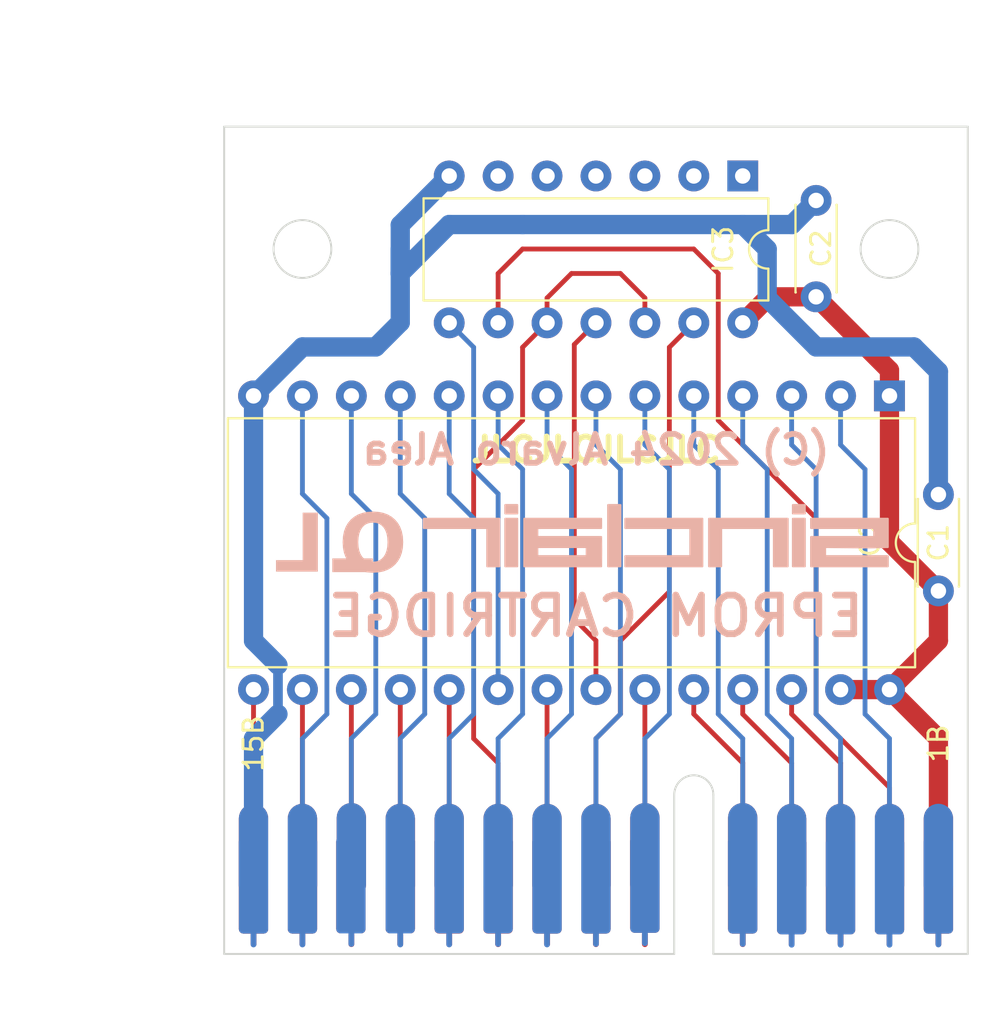
<source format=kicad_pcb>
(kicad_pcb (version 20240108) (generator "pcbnew") (generator_version "8.0")
  (title_block (title "16Kb ROM Cartridge for Sinclair QL") (date "2022-02-04") (rev "0") (company "(c) 2022 Alvaro Alea Fdz.") (comment 1 "IC2 should be 27C128 / W27C512") (comment 2 "https://ohwr.org/cern_ohl_s_v2.txt") (comment 3 "CERN Open Hardware Licence Version 2 - Strongly Reciprocal") (comment 4 "Under License"))
  (layers (0 "F.Cu" signal) (31 "B.Cu" signal) (34 "B.Paste" user) (35 "F.Paste" user) (36 "B.SilkS" user "B.Silkscreen") (37 "F.SilkS" user "F.Silkscreen") (38 "B.Mask" user) (39 "F.Mask" user) (44 "Edge.Cuts" user))
  (net 0 "")
  (net 1 "VCC")
  (net 2 "GND")
  (net 3 "/D3")
  (net 4 "/D4")
  (net 5 "/D2")
  (net 6 "/D5")
  (net 7 "/D1")
  (net 8 "/D6")
  (net 9 "/D0")
  (net 10 "/D7")
  (net 11 "/A0")
  (net 12 "/A15")
  (net 13 "/A1")
  (net 14 "/A10")
  (net 15 "/A2")
  (net 16 "/ROMOE")
  (net 17 "/A3")
  (net 18 "/A11")
  (net 19 "/A4")
  (net 20 "/A9")
  (net 21 "/A5")
  (net 22 "/A8")
  (net 23 "/A6")
  (net 24 "/A13")
  (net 25 "/A7")
  (net 26 "/A14")
  (net 27 "/A12")
  (net 29 "/U2_CE")
  (net 30 "/U_ROMOE")
  (net 37 "unconnected-(IC3-Pad2)")
  (footprint "Package_DIP:DIP-28_W15.24mm" (layer "F.Cu") (at 96.52 115.57 -90)
    (property "Reference" "IC2" (at 7.62 1.016 90) (layer "F.SilkS"))
    (property "Value" "27C128")
    (fp_line (start 1.16 34.35) (end 14.08 34.35) (stroke (width 0.12)) (layer "F.SilkS"))
    (fp_line (start 14.08 34.35) (end 14.08 -1.33) (stroke (width 0.12)) (layer "F.SilkS"))
    (fp_line (start 1.16 -1.33) (end 1.16 34.35) (stroke (width 0.12)) (layer "F.SilkS"))
    (fp_line (start 6.62 -1.33) (end 1.16 -1.33) (stroke (width 0.12)) (layer "F.SilkS"))
    (fp_line (start 14.08 -1.33) (end 8.62 -1.33) (stroke (width 0.12)) (layer "F.SilkS"))
    (fp_arc (start 8.62 -1.33) (mid 7.62 -0.33) (end 6.62 -1.33) (stroke (width 0.12)) (layer "F.SilkS"))
    (pad "1" thru_hole rect (at 0 0 270) (size 1.6 1.6) (drill 0.8) (layers "*.Cu" "*.Mask") (net 1 "VCC"))
    (pad "2" thru_hole oval (at 0 2.54 270) (size 1.6 1.6) (drill 0.8) (layers "*.Cu" "*.Mask") (net 27 "/A12"))
    (pad "3" thru_hole oval (at 0 5.08 270) (size 1.6 1.6) (drill 0.8) (layers "*.Cu" "*.Mask") (net 25 "/A7"))
    (pad "4" thru_hole oval (at 0 7.62 270) (size 1.6 1.6) (drill 0.8) (layers "*.Cu" "*.Mask") (net 23 "/A6"))
    (pad "5" thru_hole oval (at 0 10.16 270) (size 1.6 1.6) (drill 0.8) (layers "*.Cu" "*.Mask") (net 21 "/A5"))
    (pad "6" thru_hole oval (at 0 12.7 270) (size 1.6 1.6) (drill 0.8) (layers "*.Cu" "*.Mask") (net 19 "/A4"))
    (pad "7" thru_hole oval (at 0 15.24 270) (size 1.6 1.6) (drill 0.8) (layers "*.Cu" "*.Mask") (net 17 "/A3"))
    (pad "8" thru_hole oval (at 0 17.78 270) (size 1.6 1.6) (drill 0.8) (layers "*.Cu" "*.Mask") (net 15 "/A2"))
    (pad "9" thru_hole oval (at 0 20.32 270) (size 1.6 1.6) (drill 0.8) (layers "*.Cu" "*.Mask") (net 13 "/A1"))
    (pad "10" thru_hole oval (at 0 22.86 270) (size 1.6 1.6) (drill 0.8) (layers "*.Cu" "*.Mask") (net 11 "/A0"))
    (pad "11" thru_hole oval (at 0 25.4 270) (size 1.6 1.6) (drill 0.8) (layers "*.Cu" "*.Mask") (net 9 "/D0"))
    (pad "12" thru_hole oval (at 0 27.94 270) (size 1.6 1.6) (drill 0.8) (layers "*.Cu" "*.Mask") (net 7 "/D1"))
    (pad "13" thru_hole oval (at 0 30.48 270) (size 1.6 1.6) (drill 0.8) (layers "*.Cu" "*.Mask") (net 5 "/D2"))
    (pad "14" thru_hole oval (at 0 33.02 270) (size 1.6 1.6) (drill 0.8) (layers "*.Cu" "*.Mask") (net 2 "GND"))
    (pad "15" thru_hole oval (at 15.24 33.02 270) (size 1.6 1.6) (drill 0.8) (layers "*.Cu" "*.Mask") (net 3 "/D3"))
    (pad "16" thru_hole oval (at 15.24 30.48 270) (size 1.6 1.6) (drill 0.8) (layers "*.Cu" "*.Mask") (net 4 "/D4"))
    (pad "17" thru_hole oval (at 15.24 27.94 270) (size 1.6 1.6) (drill 0.8) (layers "*.Cu" "*.Mask") (net 6 "/D5"))
    (pad "18" thru_hole oval (at 15.24 25.4 270) (size 1.6 1.6) (drill 0.8) (layers "*.Cu" "*.Mask") (net 8 "/D6"))
    (pad "19" thru_hole oval (at 15.24 22.86 270) (size 1.6 1.6) (drill 0.8) (layers "*.Cu" "*.Mask") (net 10 "/D7"))
    (pad "20" thru_hole oval (at 15.24 20.32 270) (size 1.6 1.6) (drill 0.8) (layers "*.Cu" "*.Mask") (net 29 "/U2_CE"))
    (pad "21" thru_hole oval (at 15.24 17.78 270) (size 1.6 1.6) (drill 0.8) (layers "*.Cu" "*.Mask") (net 14 "/A10"))
    (pad "22" thru_hole oval (at 15.24 15.24 270) (size 1.6 1.6) (drill 0.8) (layers "*.Cu" "*.Mask") (net 30 "/U_ROMOE"))
    (pad "23" thru_hole oval (at 15.24 12.7 270) (size 1.6 1.6) (drill 0.8) (layers "*.Cu" "*.Mask") (net 18 "/A11"))
    (pad "24" thru_hole oval (at 15.24 10.16 270) (size 1.6 1.6) (drill 0.8) (layers "*.Cu" "*.Mask") (net 20 "/A9"))
    (pad "25" thru_hole oval (at 15.24 7.62 270) (size 1.6 1.6) (drill 0.8) (layers "*.Cu" "*.Mask") (net 22 "/A8"))
    (pad "26" thru_hole oval (at 15.24 5.08 270) (size 1.6 1.6) (drill 0.8) (layers "*.Cu" "*.Mask") (net 24 "/A13"))
    (pad "27" thru_hole oval (at 15.24 2.54 270) (size 1.6 1.6) (drill 0.8) (layers "*.Cu" "*.Mask") (net 1 "VCC"))
    (pad "28" thru_hole oval (at 15.24 0 270) (size 1.6 1.6) (drill 0.8) (layers "*.Cu" "*.Mask") (net 1 "VCC"))
  )
  (footprint "Capacitor_THT:C_Disc_D4.3mm_W1.9mm_P5.00mm" (layer "F.Cu") (at 92.71 110.43 90)
    (property "Reference" "C2" (at 2.5 0.254 90) (layer "F.SilkS"))
    (property "Value" "C")
    (fp_line (start 4.77 -1.07) (end 4.77 -1.055) (stroke (width 0.12)) (layer "F.SilkS"))
    (fp_line (start 0.23 -1.07) (end 4.77 -1.07) (stroke (width 0.12)) (layer "F.SilkS"))
    (fp_line (start 0.23 -1.07) (end 0.23 -1.055) (stroke (width 0.12)) (layer "F.SilkS"))
    (fp_line (start 4.77 1.055) (end 4.77 1.07) (stroke (width 0.12)) (layer "F.SilkS"))
    (fp_line (start 0.23 1.055) (end 0.23 1.07) (stroke (width 0.12)) (layer "F.SilkS"))
    (fp_line (start 0.23 1.07) (end 4.77 1.07) (stroke (width 0.12)) (layer "F.SilkS"))
    (pad "1" thru_hole circle (at 0 0 90) (size 1.6 1.6) (drill 0.8) (layers "*.Cu" "*.Mask") (net 1 "VCC"))
    (pad "2" thru_hole circle (at 5 0 90) (size 1.6 1.6) (drill 0.8) (layers "*.Cu" "*.Mask") (net 2 "GND"))
  )
  (footprint "8bits:CART_QL_EDGE" (layer "F.Cu") (at 73.66 139.994)
    (property "Reference" "J1" (hide yes))
    (property "Value" "QL_cartridge_ROM" (hide yes))
    (fp_line (start -10.16 4.024) (end -10.16 3.516) (stroke (width 0.3)) (layer "F.Cu"))
    (fp_line (start -7.62 4.024) (end -7.62 3.516) (stroke (width 0.3)) (layer "F.Cu"))
    (fp_line (start -5.08 4.024) (end -5.08 3.516) (stroke (width 0.3)) (layer "F.Cu"))
    (fp_line (start -2.54 4.024) (end -2.54 3.516) (stroke (width 0.3)) (layer "F.Cu"))
    (fp_line (start 0 4.024) (end 0 3.516) (stroke (width 0.3)) (layer "F.Cu"))
    (fp_line (start 2.54 4.024) (end 2.54 3.516) (stroke (width 0.3)) (layer "F.Cu"))
    (fp_line (start 5.08 4.024) (end 5.08 3.516) (stroke (width 0.3)) (layer "F.Cu"))
    (fp_line (start 7.62 4.024) (end 7.62 3.516) (stroke (width 0.3)) (layer "F.Cu"))
    (fp_line (start 10.16 4.024) (end 10.16 3.516) (stroke (width 0.3)) (layer "F.Cu"))
    (fp_line (start 15.24 4.024) (end 15.24 3.516) (stroke (width 0.3)) (layer "F.Cu"))
    (fp_line (start 17.78 4.024) (end 17.78 3.516) (stroke (width 0.3)) (layer "F.Cu"))
    (fp_line (start 20.32 4.024) (end 20.32 3.516) (stroke (width 0.3)) (layer "F.Cu"))
    (fp_line (start 22.86 4.024) (end 22.86 3.516) (stroke (width 0.3)) (layer "F.Cu"))
    (fp_line (start 25.4 4.024) (end 25.4 3.516) (stroke (width 0.3)) (layer "F.Cu"))
    (fp_line (start -10.16 4.0386) (end -10.16 3.429) (stroke (width 0.3)) (layer "B.Cu"))
    (fp_line (start -7.62 4.0386) (end -7.62 3.429) (stroke (width 0.3)) (layer "B.Cu"))
    (fp_line (start -5.08 4.0132) (end -5.08 3.4036) (stroke (width 0.3)) (layer "B.Cu"))
    (fp_line (start -2.54 4.0386) (end -2.54 3.429) (stroke (width 0.3)) (layer "B.Cu"))
    (fp_line (start 0 4.0386) (end 0 3.4036) (stroke (width 0.3)) (layer "B.Cu"))
    (fp_line (start 2.54 4.0132) (end 2.54 3.4036) (stroke (width 0.3)) (layer "B.Cu"))
    (fp_line (start 5.08 4.0386) (end 5.08 3.429) (stroke (width 0.3)) (layer "B.Cu"))
    (fp_line (start 7.62 4.0132) (end 7.62 3.4036) (stroke (width 0.3)) (layer "B.Cu"))
    (fp_line (start 10.16 3.9732) (end 10.16 3.389) (stroke (width 0.3)) (layer "B.Cu"))
    (fp_line (start 15.24 4.0132) (end 15.24 3.429) (stroke (width 0.3)) (layer "B.Cu"))
    (fp_line (start 17.78 4.0532) (end 17.78 3.516) (stroke (width 0.3)) (layer "B.Cu"))
    (fp_line (start 20.32 4.0532) (end 20.32 3.516) (stroke (width 0.3)) (layer "B.Cu"))
    (fp_line (start 22.86 4.0532) (end 22.86 3.469) (stroke (width 0.3)) (layer "B.Cu"))
    (fp_line (start 25.4 4.0386) (end 25.4 3.429) (stroke (width 0.3)) (layer "B.Cu"))
    (pad "1" connect roundrect (at 25.4 -0.762) (size 1.524 5) (layers "F.Cu") (roundrect_rratio 0.5) (net 1 "VCC"))
    (pad "1" connect roundrect (at 25.4 0.976) (size 1.524 5) (layers "F.Cu") (roundrect_rratio 0.15) (net 1 "VCC"))
    (pad "2" connect roundrect (at 25.4 -0.762) (size 1.524 5) (layers "B.Cu") (roundrect_rratio 0.5))
    (pad "2" connect roundrect (at 25.4 0.976) (size 1.524 5) (layers "B.Cu") (roundrect_rratio 0.15))
    (pad "3" connect roundrect (at 22.86 -0.762) (size 1.524 5) (layers "F.Cu") (roundrect_rratio 0.5) (net 26 "/A14"))
    (pad "3" connect roundrect (at 22.86 1.016) (size 1.524 5) (layers "F.Cu") (roundrect_rratio 0.15) (net 26 "/A14"))
    (pad "4" connect roundrect (at 22.86 -0.762) (size 1.524 5) (layers "B.Cu") (roundrect_rratio 0.5) (net 27 "/A12"))
    (pad "4" connect roundrect (at 22.86 1.016) (size 1.524 5) (layers "B.Cu") (roundrect_rratio 0.15) (net 27 "/A12"))
    (pad "5" connect roundrect (at 20.32 -0.762) (size 1.524 5) (layers "F.Cu") (roundrect_rratio 0.5) (net 24 "/A13"))
    (pad "5" connect roundrect (at 20.32 1.016) (size 1.524 5) (layers "F.Cu") (roundrect_rratio 0.15) (net 24 "/A13"))
    (pad "6" connect roundrect (at 20.32 -0.762) (size 1.524 5) (layers "B.Cu") (roundrect_rratio 0.5) (net 25 "/A7"))
    (pad "6" connect roundrect (at 20.32 1.016) (size 1.524 5) (layers "B.Cu") (roundrect_rratio 0.15) (net 25 "/A7"))
    (pad "7" connect roundrect (at 17.78 -0.762) (size 1.524 5) (layers "F.Cu") (roundrect_rratio 0.5) (net 22 "/A8"))
    (pad "7" connect roundrect (at 17.78 1.016) (size 1.524 5) (layers "F.Cu") (roundrect_rratio 0.15) (net 22 "/A8"))
    (pad "8" connect roundrect (at 17.78 -0.762) (size 1.524 5) (layers "B.Cu") (roundrect_rratio 0.5) (net 23 "/A6"))
    (pad "8" connect roundrect (at 17.78 1.016) (size 1.524 5) (layers "B.Cu") (roundrect_rratio 0.15) (net 23 "/A6"))
    (pad "9" connect roundrect (at 15.24 -0.802) (size 1.524 5) (layers "F.Cu") (roundrect_rratio 0.5) (net 20 "/A9"))
    (pad "9" connect roundrect (at 15.24 0.976) (size 1.524 5) (layers "F.Cu") (roundrect_rratio 0.15) (net 20 "/A9"))
    (pad "10" connect roundrect (at 15.24 -0.802) (size 1.524 5) (layers "B.Cu") (roundrect_rratio 0.5) (net 21 "/A5"))
    (pad "10" connect roundrect (at 15.24 0.976) (size 1.524 5) (layers "B.Cu") (roundrect_rratio 0.15) (net 21 "/A5"))
    (pad "11" connect roundrect (at 10.16 -0.802) (size 1.524 5) (layers "F.Cu") (roundrect_rratio 0.5) (net 18 "/A11"))
    (pad "11" connect roundrect (at 10.16 0.936) (size 1.524 5) (layers "F.Cu") (roundrect_rratio 0.15) (net 18 "/A11"))
    (pad "12" connect roundrect (at 10.16 -0.802) (size 1.524 5) (layers "B.Cu") (roundrect_rratio 0.5) (net 19 "/A4"))
    (pad "12" connect roundrect (at 10.16 0.936) (size 1.524 5) (layers "B.Cu") (roundrect_rratio 0.15) (net 19 "/A4"))
    (pad "13" connect roundrect (at 7.62 -0.762) (size 1.524 5) (layers "F.Cu") (roundrect_rratio 0.5) (net 16 "/ROMOE"))
    (pad "13" connect roundrect (at 7.62 0.976) (size 1.524 5) (layers "F.Cu") (roundrect_rratio 0.15) (net 16 "/ROMOE"))
    (pad "14" connect roundrect (at 7.62 -0.762) (size 1.524 5) (layers "B.Cu") (roundrect_rratio 0.5) (net 17 "/A3"))
    (pad "14" connect roundrect (at 7.62 0.976) (size 1.524 5) (layers "B.Cu") (roundrect_rratio 0.15) (net 17 "/A3"))
    (pad "15" connect roundrect (at 5.08 -0.762) (size 1.524 5) (layers "F.Cu") (roundrect_rratio 0.5) (net 14 "/A10"))
    (pad "15" connect roundrect (at 5.08 0.976) (size 1.524 5) (layers "F.Cu") (roundrect_rratio 0.15) (net 14 "/A10"))
    (pad "16" connect roundrect (at 5.08 -0.762) (size 1.524 5) (layers "B.Cu") (roundrect_rratio 0.5) (net 15 "/A2"))
    (pad "16" connect roundrect (at 5.08 0.976) (size 1.524 5) (layers "B.Cu") (roundrect_rratio 0.15) (net 15 "/A2"))
    (pad "17" connect roundrect (at 2.54 -0.762) (size 1.524 5) (layers "F.Cu") (roundrect_rratio 0.5) (net 12 "/A15"))
    (pad "17" connect roundrect (at 2.54 0.976) (size 1.524 5) (layers "F.Cu") (roundrect_rratio 0.15) (net 12 "/A15"))
    (pad "18" connect roundrect (at 2.54 -0.762) (size 1.524 5) (layers "B.Cu") (roundrect_rratio 0.5) (net 13 "/A1"))
    (pad "18" connect roundrect (at 2.54 0.9652) (size 1.524 5) (layers "B.Cu") (roundrect_rratio 0.15) (net 13 "/A1"))
    (pad "19" connect roundrect (at 0 -0.762) (size 1.524 5) (layers "F.Cu") (roundrect_rratio 0.5) (net 10 "/D7"))
    (pad "19" connect roundrect (at 0 0.976) (size 1.524 5) (layers "F.Cu") (roundrect_rratio 0.15) (net 10 "/D7"))
    (pad "20" connect roundrect (at 0 -0.762) (size 1.524 5) (layers "B.Cu") (roundrect_rratio 0.5) (net 11 "/A0"))
    (pad "20" connect roundrect (at 0 0.9652) (size 1.524 5) (layers "B.Cu") (roundrect_rratio 0.15) (net 11 "/A0"))
    (pad "21" connect roundrect (at -2.54 -0.762) (size 1.524 5) (layers "F.Cu") (roundrect_rratio 0.5) (net 8 "/D6"))
    (pad "21" connect roundrect (at -2.54 0.9652) (size 1.524 5) (layers "F.Cu") (roundrect_rratio 0.15) (net 8 "/D6"))
    (pad "22" connect roundrect (at -2.54 -0.762) (size 1.524 5) (layers "B.Cu") (roundrect_rratio 0.5) (net 9 "/D0"))
    (pad "22" connect roundrect (at -2.54 0.9652) (size 1.524 5) (layers "B.Cu") (roundrect_rratio 0.15) (net 9 "/D0"))
    (pad "23" connect roundrect (at -5.1054 0.9652) (size 1.524 5) (layers "F.Cu") (roundrect_rratio 0.15) (net 6 "/D5"))
    (pad "23" connect roundrect (at -5.08 -0.802) (size 1.524 5) (layers "F.Cu") (roundrect_rratio 0.5) (net 6 "/D5"))
    (pad "24" connect roundrect (at -5.1054 0.9652) (size 1.524 5) (layers "B.Cu") (roundrect_rratio 0.15) (net 7 "/D1"))
    (pad "24" connect roundrect (at -5.08 -0.802) (size 1.524 5) (layers "B.Cu") (roundrect_rratio 0.5) (net 7 "/D1"))
    (pad "25" connect roundrect (at -7.62 -0.762) (size 1.524 5) (layers "F.Cu") (roundrect_rratio 0.5) (net 4 "/D4"))
    (pad "25" connect roundrect (at -7.62 0.976) (size 1.524 5) (layers "F.Cu") (roundrect_rratio 0.15) (net 4 "/D4"))
    (pad "26" connect roundrect (at -7.62 -0.762) (size 1.524 5) (layers "B.Cu") (roundrect_rratio 0.5) (net 5 "/D2"))
    (pad "26" connect roundrect (at -7.62 0.976) (size 1.524 5) (layers "B.Cu") (roundrect_rratio 0.15) (net 5 "/D2"))
    (pad "27" connect roundrect (at -10.16 -0.762) (size 1.524 5) (layers "F.Cu") (roundrect_rratio 0.5) (net 3 "/D3"))
    (pad "27" connect roundrect (at -10.16 0.976) (size 1.524 5) (layers "F.Cu") (roundrect_rratio 0.15) (net 3 "/D3"))
    (pad "28" connect roundrect (at -10.16 -0.762) (size 1.524 5) (layers "B.Cu") (roundrect_rratio 0.5) (net 2 "GND"))
    (pad "28" connect roundrect (at -10.16 0.976) (size 1.524 5) (layers "B.Cu") (roundrect_rratio 0.15) (net 2 "GND"))
  )
  (footprint "Capacitor_THT:C_Disc_D4.3mm_W1.9mm_P5.00mm" (layer "F.Cu") (at 99.06 125.69 90)
    (property "Reference" "C1" (at 2.5 0 90) (layer "F.SilkS"))
    (property "Value" "C")
    (fp_line (start 4.77 -1.07) (end 4.77 -1.055) (stroke (width 0.12)) (layer "F.SilkS"))
    (fp_line (start 0.23 -1.07) (end 4.77 -1.07) (stroke (width 0.12)) (layer "F.SilkS"))
    (fp_line (start 0.23 -1.07) (end 0.23 -1.055) (stroke (width 0.12)) (layer "F.SilkS"))
    (fp_line (start 4.77 1.055) (end 4.77 1.07) (stroke (width 0.12)) (layer "F.SilkS"))
    (fp_line (start 0.23 1.055) (end 0.23 1.07) (stroke (width 0.12)) (layer "F.SilkS"))
    (fp_line (start 0.23 1.07) (end 4.77 1.07) (stroke (width 0.12)) (layer "F.SilkS"))
    (pad "1" thru_hole circle (at 0 0 90) (size 1.6 1.6) (drill 0.8) (layers "*.Cu" "*.Mask") (net 1 "VCC"))
    (pad "2" thru_hole circle (at 5 0 90) (size 1.6 1.6) (drill 0.8) (layers "*.Cu" "*.Mask") (net 2 "GND"))
  )
  (footprint "Package_DIP:DIP-14_W7.62mm" (layer "F.Cu") (at 88.9 104.16 -90)
    (property "Reference" "IC3" (at 3.81 1.016 90) (layer "F.SilkS"))
    (property "Value" "74LS00")
    (fp_line (start 1.16 16.57) (end 6.46 16.57) (stroke (width 0.12)) (layer "F.SilkS"))
    (fp_line (start 6.46 16.57) (end 6.46 -1.33) (stroke (width 0.12)) (layer "F.SilkS"))
    (fp_line (start 1.16 -1.33) (end 1.16 16.57) (stroke (width 0.12)) (layer "F.SilkS"))
    (fp_line (start 2.81 -1.33) (end 1.16 -1.33) (stroke (width 0.12)) (layer "F.SilkS"))
    (fp_line (start 6.46 -1.33) (end 4.81 -1.33) (stroke (width 0.12)) (layer "F.SilkS"))
    (fp_arc (start 4.81 -1.33) (mid 3.81 -0.33) (end 2.81 -1.33) (stroke (width 0.12)) (layer "F.SilkS"))
    (pad "1" thru_hole rect (at 0 0 270) (size 1.6 1.6) (drill 0.8) (layers "*.Cu" "*.Mask"))
    (pad "2" thru_hole oval (at 0 2.54 270) (size 1.6 1.6) (drill 0.8) (layers "*.Cu" "*.Mask") (net 37 "unconnected-(IC3-Pad2)"))
    (pad "3" thru_hole oval (at 0 5.08 270) (size 1.6 1.6) (drill 0.8) (layers "*.Cu" "*.Mask"))
    (pad "4" thru_hole oval (at 0 7.62 270) (size 1.6 1.6) (drill 0.8) (layers "*.Cu" "*.Mask"))
    (pad "5" thru_hole oval (at 0 10.16 270) (size 1.6 1.6) (drill 0.8) (layers "*.Cu" "*.Mask"))
    (pad "6" thru_hole oval (at 0 12.7 270) (size 1.6 1.6) (drill 0.8) (layers "*.Cu" "*.Mask"))
    (pad "7" thru_hole oval (at 0 15.24 270) (size 1.6 1.6) (drill 0.8) (layers "*.Cu" "*.Mask") (net 2 "GND"))
    (pad "8" thru_hole oval (at 7.62 15.24 270) (size 1.6 1.6) (drill 0.8) (layers "*.Cu" "*.Mask") (net 29 "/U2_CE"))
    (pad "9" thru_hole oval (at 7.62 12.7 270) (size 1.6 1.6) (drill 0.8) (layers "*.Cu" "*.Mask") (net 26 "/A14"))
    (pad "10" thru_hole oval (at 7.62 10.16 270) (size 1.6 1.6) (drill 0.8) (layers "*.Cu" "*.Mask") (net 12 "/A15"))
    (pad "11" thru_hole oval (at 7.62 7.62 270) (size 1.6 1.6) (drill 0.8) (layers "*.Cu" "*.Mask") (net 30 "/U_ROMOE"))
    (pad "12" thru_hole oval (at 7.62 5.08 270) (size 1.6 1.6) (drill 0.8) (layers "*.Cu" "*.Mask") (net 12 "/A15"))
    (pad "13" thru_hole oval (at 7.62 2.54 270) (size 1.6 1.6) (drill 0.8) (layers "*.Cu" "*.Mask") (net 16 "/ROMOE"))
    (pad "14" thru_hole oval (at 7.62 0 270) (size 1.6 1.6) (drill 0.8) (layers "*.Cu" "*.Mask") (net 1 "VCC"))
  )
  (gr_poly (pts (xy 77.194611 121.23049) (xy 76.57232 121.23049) (xy 76.57232 121.671713) (xy 77.194611 121.671713) (xy 77.194611 121.23049)) (stroke (width 0.1)) (fill solid) (layer "B.SilkS"))
  (gr_poly (pts (xy 92.126262 121.943411) (xy 91.502936 121.943411) (xy 91.502936 124.41503) (xy 92.126262 124.41503) (xy 92.126262 121.943411)) (stroke (width 0.1)) (fill solid) (layer "B.SilkS"))
  (gr_rect (start 67.5894 124.0028) (end 69.6976 124.714) (fill solid) (layer "B.SilkS"))
  (gr_poly (pts (xy 82.549824 121.230459) (xy 81.910004 121.230459) (xy 81.910004 124.41503) (xy 82.549824 124.41503) (xy 82.549824 121.230459)) (stroke (width 0.1)) (fill solid) (layer "B.SilkS"))
  (gr_poly (pts (xy 91.235613 124.41503) (xy 91.235613 121.943411) (xy 87.151276 121.943411) (xy 87.151276 124.41503) (xy 87.782333 124.41503) (xy 87.782333 122.428) (xy 90.516911 122.428) (xy 90.516911 124.41503) (xy 91.235613 124.41503)) (stroke (width 0.1)) (fill solid) (layer "B.SilkS"))
  (gr_poly (pts (xy 92.126262 121.23049) (xy 91.502936 121.23049) (xy 91.502936 121.671713) (xy 92.126262 121.671713) (xy 92.126262 121.23049)) (stroke (width 0.1)) (fill solid) (layer "B.SilkS"))
  (gr_poly (pts (xy 86.804898 124.41503) (xy 86.804898 121.943411) (xy 82.804 121.943411) (xy 82.804 122.428) (xy 86.178398 122.428) (xy 86.178398 123.883383) (xy 82.803999 123.883383) (xy 82.804019 124.414999) (xy 86.804898 124.41503)) (stroke (width 0.1)) (fill solid) (layer "B.SilkS"))
  (gr_poly (pts (xy 96.434066 123.883383) (xy 93.181371 123.883383) (xy 93.181371 123.415854) (xy 95.401457 123.435354) (xy 96.434066 123.415854) (xy 96.434066 121.943381) (xy 92.44666 121.943381) (xy 92.44666 122.427969) (xy 95.72398 122.427969) (xy 95.72398 122.889944) (xy 92.44666 122.889944) (xy 92.44666 124.414999) (xy 96.434066 124.414999) (xy 96.434066 123.883383)) (stroke (width 0.1)) (fill solid) (layer "B.SilkS"))
  (gr_poly (pts (xy 81.550652 124.41503) (xy 81.556052 123.54125) (xy 81.550652 122.889975) (xy 78.237607 122.889975) (xy 78.237607 122.428) (xy 81.550652 122.428) (xy 81.550652 121.943411) (xy 77.554482 121.943411) (xy 77.554482 124.41503) (xy 78.237607 124.41503) (xy 78.237607 123.415884) (xy 80.796891 123.415884) (xy 80.796891 123.883383) (xy 78.237607 123.883383) (xy 78.237607 124.41503) (xy 81.550652 124.41503)) (stroke (width 0.1)) (fill solid) (layer "B.SilkS"))
  (gr_poly (pts (xy 77.194611 124.41503) (xy 77.194611 121.943411) (xy 76.57232 121.943411) (xy 76.57232 124.41503) (xy 77.194611 124.41503)) (stroke (width 0.1)) (fill solid) (layer "B.SilkS"))
  (gr_poly (pts (xy 76.265555 121.943411) (xy 72.34075 121.943411) (xy 72.34075 122.428) (xy 75.634497 122.428) (xy 75.634497 124.41503) (xy 76.265553 124.41503) (xy 76.265555 121.943411)) (stroke (width 0.1)) (fill solid) (layer "B.SilkS"))
  (gr_line (start 100.584 101.6) (end 61.976 101.6) (stroke (width 0.1)) (layer "Edge.Cuts"))
  (gr_line (start 85.344 136.271) (end 85.344 144.526) (stroke (width 0.1)) (layer "Edge.Cuts"))
  (gr_line (start 100.584 101.6) (end 100.584 144.526) (stroke (width 0.1)) (layer "Edge.Cuts"))
  (gr_line (start 85.344 144.526) (end 61.976 144.526) (stroke (width 0.1)) (layer "Edge.Cuts"))
  (gr_line (start 61.976 101.6) (end 61.976 144.526) (stroke (width 0.1)) (layer "Edge.Cuts"))
  (gr_line (start 87.376 144.526) (end 87.376 136.271) (stroke (width 0.1)) (layer "Edge.Cuts"))
  (gr_line (start 100.584 144.526) (end 87.376 144.526) (stroke (width 0.1)) (layer "Edge.Cuts"))
  (gr_circle (center 66.04 107.95) (end 67.54 107.95) (stroke (width 0.1)) (fill none) (layer "Edge.Cuts"))
  (gr_arc (start 85.344 136.271) (mid 86.36 135.255) (end 87.376 136.271) (stroke (width 0.1)) (layer "Edge.Cuts"))
  (gr_circle (center 96.52 107.95) (end 98.02 107.95) (stroke (width 0.1)) (fill none) (layer "Edge.Cuts"))
  (gr_text "(C) 2024 Alvaro Alea" (at 81.28 118.364 0) (layer "B.SilkS") (effects (font (size 1.5 1.5) (thickness 0.3) (bold yes)) (justify mirror)))
  (gr_text "O" (at 69.6976 123.444 0) (layer "B.SilkS") (effects (font (size 3 3) (thickness 0.35)) (justify mirror)))
  (gr_text "L" (at 65.8876 123.444 0) (layer "B.SilkS") (effects (font (size 3 3) (thickness 0.35)) (justify mirror)))
  (gr_text "EPROM CARTRIDGE" (at 81.28 127 0) (layer "B.SilkS") (effects (font (size 2 2) (thickness 0.35)) (justify mirror)))
  (gr_text "JLCJLCJLCJLC" (at 81.28 118.364 0) (layer "F.SilkS") (effects (font (size 1.25 1.25) (thickness 0.3))))
  (gr_text "1B" (at 99.06 133.604 90) (layer "F.SilkS") (effects (font (size 1 1))))
  (gr_text "15B" (at 63.5 133.604 90) (layer "F.SilkS") (effects (font (size 1 1))))
  (segment (start 96.52 123.15) (end 99.06 125.69) (width 1) (layer "F.Cu") (net 1))
  (segment (start 99.06 139.232) (end 99.06 133.35) (width 1) (layer "F.Cu") (net 1))
  (segment (start 99.06 128.27) (end 96.52 130.81) (width 1) (layer "F.Cu") (net 1))
  (segment (start 96.52 115.57) (end 96.52 123.15) (width 1) (layer "F.Cu") (net 1))
  (segment (start 96.52 115.57) (end 96.52 114.24) (width 1) (layer "F.Cu") (net 1))
  (segment (start 93.98 130.81) (end 96.52 130.81) (width 1) (layer "F.Cu") (net 1))
  (segment (start 90.25 110.43) (end 92.71 110.43) (width 1) (layer "F.Cu") (net 1))
  (segment (start 99.06 133.35) (end 96.52 130.81) (width 1) (layer "F.Cu") (net 1))
  (segment (start 88.9 111.78) (end 90.25 110.43) (width 1) (layer "F.Cu") (net 1))
  (segment (start 99.06 125.69) (end 99.06 128.27) (width 1) (layer "F.Cu") (net 1))
  (segment (start 96.52 114.24) (end 92.71 110.43) (width 1) (layer "F.Cu") (net 1))
  (segment (start 63.5 139.232) (end 63.5 133.35) (width 1) (layer "B.Cu") (net 2))
  (segment (start 77.47 106.68) (end 73.66 106.68) (width 1) (layer "B.Cu") (net 2))
  (segment (start 97.79 113.03) (end 99.06 114.3) (width 1) (layer "B.Cu") (net 2))
  (segment (start 90.17 106.68) (end 88.9 106.68) (width 1) (layer "B.Cu") (net 2))
  (segment (start 92.71 113.03) (end 90.17 110.49) (width 1) (layer "B.Cu") (net 2))
  (segment (start 66.04 113.03) (end 63.5 115.57) (width 1) (layer "B.Cu") (net 2))
  (segment (start 97.79 113.03) (end 92.71 113.03) (width 1) (layer "B.Cu") (net 2))
  (segment (start 88.9 106.68) (end 77.47 106.68) (width 1) (layer "B.Cu") (net 2))
  (segment (start 91.46 106.68) (end 90.17 106.68) (width 1) (layer "B.Cu") (net 2))
  (segment (start 71.12 106.7) (end 71.12 109.22) (width 1) (layer "B.Cu") (net 2))
  (segment (start 71.12 109.22) (end 71.12 111.76) (width 1) (layer "B.Cu") (net 2))
  (segment (start 73.66 104.16) (end 71.12 106.7) (width 1) (layer "B.Cu") (net 2))
  (segment (start 64.77 129.54) (end 64.77 132.08) (width 0.5) (layer "B.Cu") (net 2))
  (segment (start 63.5 115.57) (end 63.5 128.27) (width 1) (layer "B.Cu") (net 2))
  (segment (start 63.5 128.27) (end 64.77 129.54) (width 1) (layer "B.Cu") (net 2))
  (segment (start 99.06 120.69) (end 99.06 114.3) (width 1) (layer "B.Cu") (net 2))
  (segment (start 63.5 133.35) (end 64.77 132.08) (width 1) (layer "B.Cu") (net 2))
  (segment (start 90.17 107.95) (end 88.9 106.68) (width 1) (layer "B.Cu") (net 2))
  (segment (start 92.71 105.43) (end 91.46 106.68) (width 1) (layer "B.Cu") (net 2))
  (segment (start 71.12 111.76) (end 69.85 113.03) (width 1) (layer "B.Cu") (net 2))
  (segment (start 90.17 110.49) (end 90.17 107.95) (width 1) (layer "B.Cu") (net 2))
  (segment (start 69.85 113.03) (end 66.04 113.03) (width 1) (layer "B.Cu") (net 2))
  (segment (start 73.66 106.68) (end 71.12 109.22) (width 1) (layer "B.Cu") (net 2))
  (segment (start 71.12 107.95) (end 71.12 109.22) (width 1) (layer "B.Cu") (net 2))
  (segment (start 63.5 139.232) (end 63.5 130.81) (width 0.25) (layer "F.Cu") (net 3))
  (segment (start 66.04 139.232) (end 66.04 130.81) (width 0.25) (layer "F.Cu") (net 4))
  (segment (start 66.04 139.232) (end 66.04 133.35) (width 0.25) (layer "B.Cu") (net 5))
  (segment (start 66.04 120.65) (end 67.31 121.92) (width 0.25) (layer "B.Cu") (net 5))
  (segment (start 66.04 115.57) (end 66.04 120.65) (width 0.25) (layer "B.Cu") (net 5))
  (segment (start 66.04 133.35) (end 67.31 132.08) (width 0.25) (layer "B.Cu") (net 5))
  (segment (start 67.31 132.08) (end 67.31 121.92) (width 0.25) (layer "B.Cu") (net 5))
  (segment (start 68.58 139.192) (end 68.58 130.81) (width 0.25) (layer "F.Cu") (net 6))
  (segment (start 69.85 132.08) (end 69.85 121.92) (width 0.25) (layer "B.Cu") (net 7))
  (segment (start 68.58 115.57) (end 68.58 120.65) (width 0.25) (layer "B.Cu") (net 7))
  (segment (start 68.58 133.35) (end 69.85 132.08) (width 0.25) (layer "B.Cu") (net 7))
  (segment (start 68.58 120.65) (end 69.85 121.92) (width 0.25) (layer "B.Cu") (net 7))
  (segment (start 68.58 139.192) (end 68.58 133.35) (width 0.25) (layer "B.Cu") (net 7))
  (segment (start 71.12 139.232) (end 71.12 130.81) (width 0.25) (layer "F.Cu") (net 8))
  (segment (start 71.12 115.57) (end 71.12 120.65) (width 0.25) (layer "B.Cu") (net 9))
  (segment (start 71.12 139.232) (end 71.12 133.35) (width 0.25) (layer "B.Cu") (net 9))
  (segment (start 71.12 120.65) (end 72.39 121.92) (width 0.25) (layer "B.Cu") (net 9))
  (segment (start 72.39 132.08) (end 72.39 121.92) (width 0.25) (layer "B.Cu") (net 9))
  (segment (start 71.12 133.35) (end 72.39 132.08) (width 0.25) (layer "B.Cu") (net 9))
  (segment (start 73.66 139.232) (end 73.66 130.81) (width 0.25) (layer "F.Cu") (net 10))
  (segment (start 74.93 132.08) (end 74.93 121.92) (width 0.25) (layer "B.Cu") (net 11))
  (segment (start 73.66 133.35) (end 74.93 132.08) (width 0.25) (layer "B.Cu") (net 11))
  (segment (start 73.66 120.65) (end 73.66 115.57) (width 0.25) (layer "B.Cu") (net 11))
  (segment (start 73.66 139.232) (end 73.66 133.35) (width 0.25) (layer "B.Cu") (net 11))
  (segment (start 74.93 121.92) (end 73.66 120.65) (width 0.25) (layer "B.Cu") (net 11))
  (segment (start 74.93 133.35) (end 74.93 119.38) (width 0.25) (layer "F.Cu") (net 12))
  (segment (start 76.2 134.62) (end 74.93 133.35) (width 0.25) (layer "F.Cu") (net 12))
  (segment (start 77.47 116.84) (end 74.93 119.38) (width 0.25) (layer "F.Cu") (net 12))
  (segment (start 77.47 113.05) (end 77.47 116.84) (width 0.25) (layer "F.Cu") (net 12))
  (segment (start 78.74 110.49) (end 78.74 111.78) (width 0.25) (layer "F.Cu") (net 12))
  (segment (start 83.82 110.49) (end 82.55 109.22) (width 0.25) (layer "F.Cu") (net 12))
  (segment (start 76.2 139.232) (end 76.2 134.62) (width 0.25) (layer "F.Cu") (net 12))
  (segment (start 78.74 111.78) (end 77.47 113.05) (width 0.25) (layer "F.Cu") (net 12))
  (segment (start 82.55 109.22) (end 80.01 109.22) (width 0.25) (layer "F.Cu") (net 12))
  (segment (start 83.82 111.78) (end 83.82 110.49) (width 0.25) (layer "F.Cu") (net 12))
  (segment (start 80.01 109.22) (end 78.74 110.49) (width 0.25) (layer "F.Cu") (net 12))
  (segment (start 76.2 118.11) (end 77.47 119.38) (width 0.25) (layer "B.Cu") (net 13))
  (segment (start 77.47 132.08) (end 77.47 119.38) (width 0.25) (layer "B.Cu") (net 13))
  (segment (start 76.2 139.232) (end 76.2 133.35) (width 0.25) (layer "B.Cu") (net 13))
  (segment (start 76.2 115.57) (end 76.2 118.11) (width 0.25) (layer "B.Cu") (net 13))
  (segment (start 76.2 133.35) (end 77.47 132.08) (width 0.25) (layer "B.Cu") (net 13))
  (segment (start 78.74 139.232) (end 78.74 130.81) (width 0.25) (layer "F.Cu") (net 14))
  (segment (start 80.01 132.08) (end 80.01 119.38) (width 0.25) (layer "B.Cu") (net 15))
  (segment (start 78.74 139.232) (end 78.74 133.35) (width 0.25) (layer "B.Cu") (net 15))
  (segment (start 78.74 115.57) (end 78.74 118.11) (width 0.25) (layer "B.Cu") (net 15))
  (segment (start 78.74 118.11) (end 80.01 119.38) (width 0.25) (layer "B.Cu") (net 15))
  (segment (start 78.74 133.35) (end 80.01 132.08) (width 0.25) (layer "B.Cu") (net 15))
  (segment (start 82.55 132.08) (end 81.28 133.35) (width 0.25) (layer "F.Cu") (net 16))
  (segment (start 85.09 125.73) (end 82.55 128.27) (width 0.25) (layer "F.Cu") (net 16))
  (segment (start 82.55 128.27) (end 82.55 132.08) (width 0.25) (layer "F.Cu") (net 16))
  (segment (start 81.28 133.35) (end 81.28 139.232) (width 0.25) (layer "F.Cu") (net 16))
  (segment (start 86.36 111.78) (end 85.09 113.05) (width 0.25) (layer "F.Cu") (net 16))
  (segment (start 85.09 113.05) (end 85.09 125.73) (width 0.25) (layer "F.Cu") (net 16))
  (segment (start 82.55 132.08) (end 82.55 119.38) (width 0.25) (layer "B.Cu") (net 17))
  (segment (start 81.28 139.232) (end 81.28 133.35) (width 0.25) (layer "B.Cu") (net 17))
  (segment (start 81.28 118.11) (end 82.55 119.38) (width 0.25) (layer "B.Cu") (net 17))
  (segment (start 81.28 133.35) (end 82.55 132.08) (width 0.25) (layer "B.Cu") (net 17))
  (segment (start 81.28 115.57) (end 81.28 118.11) (width 0.25) (layer "B.Cu") (net 17))
  (segment (start 83.82 139.192) (end 83.82 130.81) (width 0.25) (layer "F.Cu") (net 18))
  (segment (start 83.82 115.57) (end 83.82 118.11) (width 0.25) (layer "B.Cu") (net 19))
  (segment (start 83.82 118.11) (end 85.09 119.38) (width 0.25) (layer "B.Cu") (net 19))
  (segment (start 85.09 132.08) (end 85.09 119.38) (width 0.25) (layer "B.Cu") (net 19))
  (segment (start 83.82 139.192) (end 83.82 133.35) (width 0.25) (layer "B.Cu") (net 19))
  (segment (start 83.82 133.35) (end 85.09 132.08) (width 0.25) (layer "B.Cu") (net 19))
  (segment (start 86.36 132.08) (end 88.9 134.62) (width 0.25) (layer "F.Cu") (net 20))
  (segment (start 88.9 139.192) (end 88.9 134.62) (width 0.25) (layer "F.Cu") (net 20))
  (segment (start 86.36 130.81) (end 86.36 132.08) (width 0.25) (layer "F.Cu") (net 20))
  (segment (start 88.9 133.35) (end 87.63 132.08) (width 0.25) (layer "B.Cu") (net 21))
  (segment (start 87.63 132.08) (end 87.63 119.38) (width 0.25) (layer "B.Cu") (net 21))
  (segment (start 88.9 139.192) (end 88.9 133.35) (width 0.25) (layer "B.Cu") (net 21))
  (segment (start 86.36 118.11) (end 87.63 119.38) (width 0.25) (layer "B.Cu") (net 21))
  (segment (start 86.36 115.57) (end 86.36 118.11) (width 0.25) (layer "B.Cu") (net 21))
  (segment (start 88.9 130.81) (end 88.9 132.08) (width 0.25) (layer "F.Cu") (net 22))
  (segment (start 88.9 132.08) (end 91.44 134.62) (width 0.25) (layer "F.Cu") (net 22))
  (segment (start 91.44 139.232) (end 91.44 134.62) (width 0.25) (layer "F.Cu") (net 22))
  (segment (start 88.9 115.57) (end 88.9 118.11) (width 0.25) (layer "B.Cu") (net 23))
  (segment (start 90.17 132.08) (end 90.17 119.38) (width 0.25) (layer "B.Cu") (net 23))
  (segment (start 88.9 118.11) (end 90.17 119.38) (width 0.25) (layer "B.Cu") (net 23))
  (segment (start 91.44 133.35) (end 90.17 132.08) (width 0.25) (layer "B.Cu") (net 23))
  (segment (start 91.44 139.232) (end 91.44 133.35) (width 0.25) (layer "B.Cu") (net 23))
  (segment (start 93.98 134.62) (end 91.44 132.08) (width 0.25) (layer "F.Cu") (net 24))
  (segment (start 93.98 139.232) (end 93.98 134.62) (width 0.25) (layer "F.Cu") (net 24))
  (segment (start 91.44 132.08) (end 91.44 130.81) (width 0.25) (layer "F.Cu") (net 24))
  (segment (start 93.98 133.35) (end 92.71 132.08) (width 0.25) (layer "B.Cu") (net 25))
  (segment (start 91.44 118.11) (end 92.71 119.38) (width 0.25) (layer "B.Cu") (net 25))
  (segment (start 93.98 139.232) (end 93.98 133.35) (width 0.25) (layer "B.Cu") (net 25))
  (segment (start 91.44 115.57) (end 91.44 118.11) (width 0.25) (layer "B.Cu") (net 25))
  (segment (start 92.71 132.08) (end 92.71 119.38) (width 0.25) (layer "B.Cu") (net 25))
  (segment (start 96.52 135.89) (end 96.52 139.232) (width 0.25) (layer "F.Cu") (net 26))
  (segment (start 87.63 109.22) (end 87.63 116.84) (width 0.25) (layer "F.Cu") (net 26))
  (segment (start 76.2 111.78) (end 76.2 109.22) (width 0.25) (layer "F.Cu") (net 26))
  (segment (start 76.2 109.22) (end 77.47 107.95) (width 0.25) (layer "F.Cu") (net 26))
  (segment (start 87.63 116.84) (end 92.71 121.92) (width 0.25) (layer "F.Cu") (net 26))
  (segment (start 86.36 107.95) (end 87.63 109.22) (width 0.25) (layer "F.Cu") (net 26))
  (segment (start 92.71 121.92) (end 92.71 132.08) (width 0.25) (layer "F.Cu") (net 26))
  (segment (start 77.47 107.95) (end 86.36 107.95) (width 0.25) (layer "F.Cu") (net 26))
  (segment (start 92.71 132.08) (end 96.52 135.89) (width 0.25) (layer "F.Cu") (net 26))
  (segment (start 96.52 133.35) (end 95.25 132.08) (width 0.25) (layer "B.Cu") (net 27))
  (segment (start 93.98 118.11) (end 95.25 119.38) (width 0.25) (layer "B.Cu") (net 27))
  (segment (start 96.52 139.232) (end 96.52 133.35) (width 0.25) (layer "B.Cu") (net 27))
  (segment (start 95.25 132.08) (end 95.25 119.38) (width 0.25) (layer "B.Cu") (net 27))
  (segment (start 93.98 115.57) (end 93.98 118.11) (width 0.25) (layer "B.Cu") (net 27))
  (segment (start 76.2 130.81) (end 76.2 120.65) (width 0.25) (layer "B.Cu") (net 29))
  (segment (start 74.93 119.38) (end 74.93 113.05) (width 0.25) (layer "B.Cu") (net 29))
  (segment (start 76.2 120.65) (end 74.93 119.38) (width 0.25) (layer "B.Cu") (net 29))
  (segment (start 74.93 113.05) (end 73.66 111.78) (width 0.25) (layer "B.Cu") (net 29))
  (segment (start 81.28 128.27) (end 81.28 130.81) (width 0.25) (layer "F.Cu") (net 30))
  (segment (start 80.155 127.145) (end 81.28 128.27) (width 0.25) (layer "F.Cu") (net 30))
  (segment (start 81.28 111.78) (end 80.155 112.905) (width 0.25) (layer "F.Cu") (net 30))
  (segment (start 80.155 112.905) (end 80.155 127.145) (width 0.25) (layer "F.Cu") (net 30))
  (segment (start 86.039009 104.16) (end 86.36 104.16) (width 0.25) (layer "F.Cu") (net 37))
)
</source>
